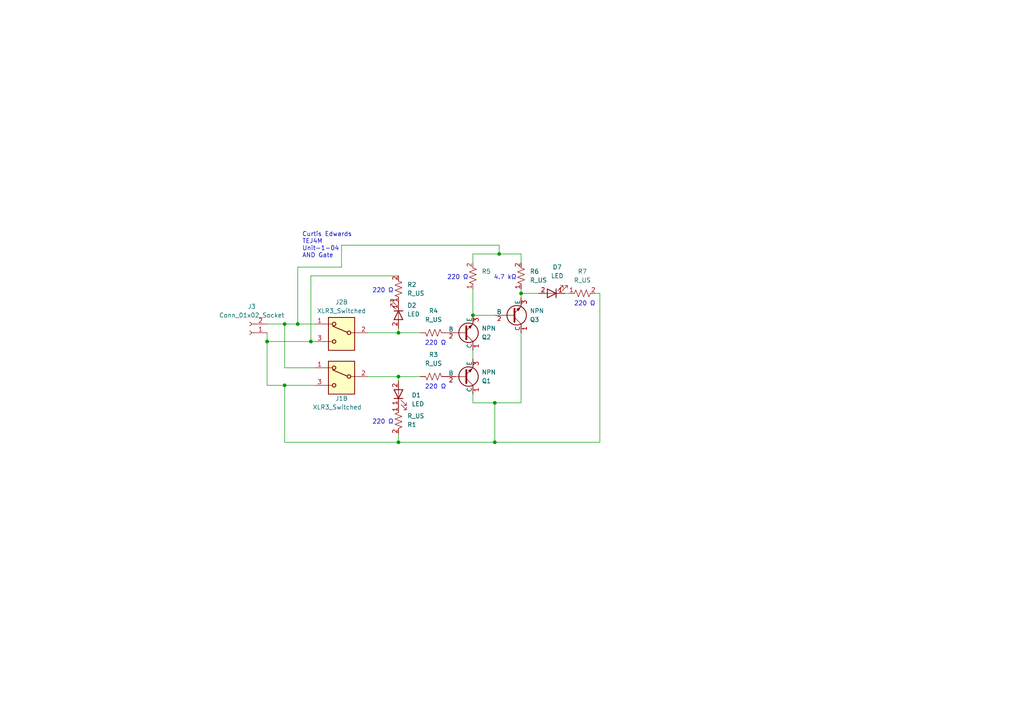
<source format=kicad_sch>
(kicad_sch (version 20230121) (generator eeschema)

  (uuid b63b63ff-695f-4d9d-bdc8-1054528ab704)

  (paper "A4")

  (lib_symbols
    (symbol "Connector:Conn_01x02_Socket" (pin_names (offset 1.016) hide) (in_bom yes) (on_board yes)
      (property "Reference" "J" (at 0 2.54 0)
        (effects (font (size 1.27 1.27)))
      )
      (property "Value" "Conn_01x02_Socket" (at 0 -5.08 0)
        (effects (font (size 1.27 1.27)))
      )
      (property "Footprint" "" (at 0 0 0)
        (effects (font (size 1.27 1.27)) hide)
      )
      (property "Datasheet" "~" (at 0 0 0)
        (effects (font (size 1.27 1.27)) hide)
      )
      (property "ki_locked" "" (at 0 0 0)
        (effects (font (size 1.27 1.27)))
      )
      (property "ki_keywords" "connector" (at 0 0 0)
        (effects (font (size 1.27 1.27)) hide)
      )
      (property "ki_description" "Generic connector, single row, 01x02, script generated" (at 0 0 0)
        (effects (font (size 1.27 1.27)) hide)
      )
      (property "ki_fp_filters" "Connector*:*_1x??_*" (at 0 0 0)
        (effects (font (size 1.27 1.27)) hide)
      )
      (symbol "Conn_01x02_Socket_1_1"
        (arc (start 0 -2.032) (mid -0.5058 -2.54) (end 0 -3.048)
          (stroke (width 0.1524) (type default))
          (fill (type none))
        )
        (polyline
          (pts
            (xy -1.27 -2.54)
            (xy -0.508 -2.54)
          )
          (stroke (width 0.1524) (type default))
          (fill (type none))
        )
        (polyline
          (pts
            (xy -1.27 0)
            (xy -0.508 0)
          )
          (stroke (width 0.1524) (type default))
          (fill (type none))
        )
        (arc (start 0 0.508) (mid -0.5058 0) (end 0 -0.508)
          (stroke (width 0.1524) (type default))
          (fill (type none))
        )
        (pin passive line (at -5.08 0 0) (length 3.81)
          (name "Pin_1" (effects (font (size 1.27 1.27))))
          (number "1" (effects (font (size 1.27 1.27))))
        )
        (pin passive line (at -5.08 -2.54 0) (length 3.81)
          (name "Pin_2" (effects (font (size 1.27 1.27))))
          (number "2" (effects (font (size 1.27 1.27))))
        )
      )
    )
    (symbol "Connector_Audio:XLR3_Switched" (pin_names hide) (in_bom yes) (on_board yes)
      (property "Reference" "J2" (at 0 8.89 0)
        (effects (font (size 1.27 1.27)))
      )
      (property "Value" "XLR3_Switched" (at 0 6.35 0)
        (effects (font (size 1.27 1.27)))
      )
      (property "Footprint" "" (at 0 2.54 0)
        (effects (font (size 1.27 1.27)) hide)
      )
      (property "Datasheet" " ~" (at 0 2.54 0)
        (effects (font (size 1.27 1.27)) hide)
      )
      (property "ki_keywords" "xlr connector" (at 0 0 0)
        (effects (font (size 1.27 1.27)) hide)
      )
      (property "ki_description" "XLR Connector, Male or Female, 3 Pins, SPDT Switch" (at 0 0 0)
        (effects (font (size 1.27 1.27)) hide)
      )
      (property "ki_fp_filters" "Jack*XLR*" (at 0 0 0)
        (effects (font (size 1.27 1.27)) hide)
      )
      (symbol "XLR3_Switched_1_1"
        (circle (center -3.556 0) (radius 1.016)
          (stroke (width 0) (type default))
          (fill (type none))
        )
        (circle (center 0 -3.556) (radius 1.016)
          (stroke (width 0) (type default))
          (fill (type none))
        )
        (polyline
          (pts
            (xy -5.08 0)
            (xy -4.572 0)
          )
          (stroke (width 0) (type default))
          (fill (type none))
        )
        (polyline
          (pts
            (xy 0 -5.08)
            (xy 0 -4.572)
          )
          (stroke (width 0) (type default))
          (fill (type none))
        )
        (polyline
          (pts
            (xy 5.08 0)
            (xy 4.572 0)
          )
          (stroke (width 0) (type default))
          (fill (type none))
        )
        (circle (center 0 0) (radius 5.08)
          (stroke (width 0) (type default))
          (fill (type background))
        )
        (circle (center 3.556 0) (radius 1.016)
          (stroke (width 0) (type default))
          (fill (type none))
        )
        (text "1" (at -3.556 1.778 0)
          (effects (font (size 1.016 1.016) bold))
        )
        (text "2" (at 3.556 1.778 0)
          (effects (font (size 1.016 1.016) bold))
        )
        (text "3" (at 0 -1.778 0)
          (effects (font (size 1.016 1.016) bold))
        )
        (pin passive line (at -7.62 0 0) (length 2.54)
          (name "~" (effects (font (size 1.27 1.27))))
          (number "1" (effects (font (size 1.27 1.27))))
        )
        (pin passive line (at 7.62 0 180) (length 2.54)
          (name "~" (effects (font (size 1.27 1.27))))
          (number "2" (effects (font (size 1.27 1.27))))
        )
        (pin passive line (at 0 -7.62 90) (length 2.54)
          (name "~" (effects (font (size 1.27 1.27))))
          (number "3" (effects (font (size 1.27 1.27))))
        )
      )
      (symbol "XLR3_Switched_2_1"
        (rectangle (start -3.81 4.445) (end 3.81 -5.08)
          (stroke (width 0.254) (type default))
          (fill (type background))
        )
        (circle (center -2.159 0) (radius 0.508)
          (stroke (width 0.254) (type default))
          (fill (type none))
        )
        (polyline
          (pts
            (xy -5.08 0)
            (xy -2.794 0)
          )
          (stroke (width 0) (type default))
          (fill (type none))
        )
        (polyline
          (pts
            (xy -1.651 0.127)
            (xy 2.54 1.905)
          )
          (stroke (width 0.254) (type default))
          (fill (type none))
        )
        (polyline
          (pts
            (xy 5.08 -2.54)
            (xy 2.794 -2.54)
          )
          (stroke (width 0) (type default))
          (fill (type none))
        )
        (polyline
          (pts
            (xy 5.08 2.54)
            (xy 2.794 2.54)
          )
          (stroke (width 0) (type default))
          (fill (type none))
        )
        (circle (center 2.159 -2.54) (radius 0.508)
          (stroke (width 0.254) (type default))
          (fill (type none))
        )
        (circle (center 2.159 2.54) (radius 0.508)
          (stroke (width 0.254) (type default))
          (fill (type none))
        )
        (pin passive line (at 7.62 2.54 180) (length 2.54)
          (name "~" (effects (font (size 1.27 1.27))))
          (number "1" (effects (font (size 1.27 1.27))))
        )
        (pin passive line (at -7.62 0 0) (length 2.54)
          (name "~" (effects (font (size 1.27 1.27))))
          (number "2" (effects (font (size 1.27 1.27))))
        )
        (pin passive line (at 7.62 -2.54 180) (length 2.54)
          (name "~" (effects (font (size 1.27 1.27))))
          (number "3" (effects (font (size 1.27 1.27))))
        )
      )
    )
    (symbol "Device:LED" (pin_names (offset 1.016) hide) (in_bom yes) (on_board yes)
      (property "Reference" "D" (at 0 2.54 0)
        (effects (font (size 1.27 1.27)))
      )
      (property "Value" "LED" (at 0 -2.54 0)
        (effects (font (size 1.27 1.27)))
      )
      (property "Footprint" "" (at 0 0 0)
        (effects (font (size 1.27 1.27)) hide)
      )
      (property "Datasheet" "~" (at 0 0 0)
        (effects (font (size 1.27 1.27)) hide)
      )
      (property "ki_keywords" "LED diode" (at 0 0 0)
        (effects (font (size 1.27 1.27)) hide)
      )
      (property "ki_description" "Light emitting diode" (at 0 0 0)
        (effects (font (size 1.27 1.27)) hide)
      )
      (property "ki_fp_filters" "LED* LED_SMD:* LED_THT:*" (at 0 0 0)
        (effects (font (size 1.27 1.27)) hide)
      )
      (symbol "LED_0_1"
        (polyline
          (pts
            (xy -1.27 -1.27)
            (xy -1.27 1.27)
          )
          (stroke (width 0.254) (type default))
          (fill (type none))
        )
        (polyline
          (pts
            (xy -1.27 0)
            (xy 1.27 0)
          )
          (stroke (width 0) (type default))
          (fill (type none))
        )
        (polyline
          (pts
            (xy 1.27 -1.27)
            (xy 1.27 1.27)
            (xy -1.27 0)
            (xy 1.27 -1.27)
          )
          (stroke (width 0.254) (type default))
          (fill (type none))
        )
        (polyline
          (pts
            (xy -3.048 -0.762)
            (xy -4.572 -2.286)
            (xy -3.81 -2.286)
            (xy -4.572 -2.286)
            (xy -4.572 -1.524)
          )
          (stroke (width 0) (type default))
          (fill (type none))
        )
        (polyline
          (pts
            (xy -1.778 -0.762)
            (xy -3.302 -2.286)
            (xy -2.54 -2.286)
            (xy -3.302 -2.286)
            (xy -3.302 -1.524)
          )
          (stroke (width 0) (type default))
          (fill (type none))
        )
      )
      (symbol "LED_1_1"
        (pin passive line (at -3.81 0 0) (length 2.54)
          (name "K" (effects (font (size 1.27 1.27))))
          (number "1" (effects (font (size 1.27 1.27))))
        )
        (pin passive line (at 3.81 0 180) (length 2.54)
          (name "A" (effects (font (size 1.27 1.27))))
          (number "2" (effects (font (size 1.27 1.27))))
        )
      )
    )
    (symbol "Device:R_US" (pin_names (offset 0)) (in_bom yes) (on_board yes)
      (property "Reference" "R" (at 2.54 0 90)
        (effects (font (size 1.27 1.27)))
      )
      (property "Value" "R_US" (at -2.54 0 90)
        (effects (font (size 1.27 1.27)))
      )
      (property "Footprint" "" (at 1.016 -0.254 90)
        (effects (font (size 1.27 1.27)) hide)
      )
      (property "Datasheet" "~" (at 0 0 0)
        (effects (font (size 1.27 1.27)) hide)
      )
      (property "ki_keywords" "R res resistor" (at 0 0 0)
        (effects (font (size 1.27 1.27)) hide)
      )
      (property "ki_description" "Resistor, US symbol" (at 0 0 0)
        (effects (font (size 1.27 1.27)) hide)
      )
      (property "ki_fp_filters" "R_*" (at 0 0 0)
        (effects (font (size 1.27 1.27)) hide)
      )
      (symbol "R_US_0_1"
        (polyline
          (pts
            (xy 0 -2.286)
            (xy 0 -2.54)
          )
          (stroke (width 0) (type default))
          (fill (type none))
        )
        (polyline
          (pts
            (xy 0 2.286)
            (xy 0 2.54)
          )
          (stroke (width 0) (type default))
          (fill (type none))
        )
        (polyline
          (pts
            (xy 0 -0.762)
            (xy 1.016 -1.143)
            (xy 0 -1.524)
            (xy -1.016 -1.905)
            (xy 0 -2.286)
          )
          (stroke (width 0) (type default))
          (fill (type none))
        )
        (polyline
          (pts
            (xy 0 0.762)
            (xy 1.016 0.381)
            (xy 0 0)
            (xy -1.016 -0.381)
            (xy 0 -0.762)
          )
          (stroke (width 0) (type default))
          (fill (type none))
        )
        (polyline
          (pts
            (xy 0 2.286)
            (xy 1.016 1.905)
            (xy 0 1.524)
            (xy -1.016 1.143)
            (xy 0 0.762)
          )
          (stroke (width 0) (type default))
          (fill (type none))
        )
      )
      (symbol "R_US_1_1"
        (pin passive line (at 0 3.81 270) (length 1.27)
          (name "~" (effects (font (size 1.27 1.27))))
          (number "1" (effects (font (size 1.27 1.27))))
        )
        (pin passive line (at 0 -3.81 90) (length 1.27)
          (name "~" (effects (font (size 1.27 1.27))))
          (number "2" (effects (font (size 1.27 1.27))))
        )
      )
    )
    (symbol "LED_1" (pin_names (offset 1.016) hide) (in_bom yes) (on_board yes)
      (property "Reference" "D" (at 0 2.54 0)
        (effects (font (size 1.27 1.27)))
      )
      (property "Value" "LED" (at 0 -2.54 0)
        (effects (font (size 1.27 1.27)))
      )
      (property "Footprint" "" (at 0 0 0)
        (effects (font (size 1.27 1.27)) hide)
      )
      (property "Datasheet" "~" (at 0 0 0)
        (effects (font (size 1.27 1.27)) hide)
      )
      (property "ki_keywords" "LED diode" (at 0 0 0)
        (effects (font (size 1.27 1.27)) hide)
      )
      (property "ki_description" "Light emitting diode" (at 0 0 0)
        (effects (font (size 1.27 1.27)) hide)
      )
      (property "ki_fp_filters" "LED* LED_SMD:* LED_THT:*" (at 0 0 0)
        (effects (font (size 1.27 1.27)) hide)
      )
      (symbol "LED_1_0_1"
        (polyline
          (pts
            (xy -1.27 -1.27)
            (xy -1.27 1.27)
          )
          (stroke (width 0.254) (type default))
          (fill (type none))
        )
        (polyline
          (pts
            (xy -1.27 0)
            (xy 1.27 0)
          )
          (stroke (width 0) (type default))
          (fill (type none))
        )
        (polyline
          (pts
            (xy 1.27 -1.27)
            (xy 1.27 1.27)
            (xy -1.27 0)
            (xy 1.27 -1.27)
          )
          (stroke (width 0.254) (type default))
          (fill (type none))
        )
        (polyline
          (pts
            (xy -3.048 -0.762)
            (xy -4.572 -2.286)
            (xy -3.81 -2.286)
            (xy -4.572 -2.286)
            (xy -4.572 -1.524)
          )
          (stroke (width 0) (type default))
          (fill (type none))
        )
        (polyline
          (pts
            (xy -1.778 -0.762)
            (xy -3.302 -2.286)
            (xy -2.54 -2.286)
            (xy -3.302 -2.286)
            (xy -3.302 -1.524)
          )
          (stroke (width 0) (type default))
          (fill (type none))
        )
      )
      (symbol "LED_1_1_1"
        (pin passive line (at -3.81 0 0) (length 2.54)
          (name "K" (effects (font (size 1.27 1.27))))
          (number "1" (effects (font (size 1.27 1.27))))
        )
        (pin passive line (at 3.81 0 180) (length 2.54)
          (name "A" (effects (font (size 1.27 1.27))))
          (number "2" (effects (font (size 1.27 1.27))))
        )
      )
    )
    (symbol "LED_2" (pin_names (offset 1.016) hide) (in_bom yes) (on_board yes)
      (property "Reference" "D" (at 0 2.54 0)
        (effects (font (size 1.27 1.27)))
      )
      (property "Value" "LED" (at 0 -2.54 0)
        (effects (font (size 1.27 1.27)))
      )
      (property "Footprint" "" (at 0 0 0)
        (effects (font (size 1.27 1.27)) hide)
      )
      (property "Datasheet" "~" (at 0 0 0)
        (effects (font (size 1.27 1.27)) hide)
      )
      (property "ki_keywords" "LED diode" (at 0 0 0)
        (effects (font (size 1.27 1.27)) hide)
      )
      (property "ki_description" "Light emitting diode" (at 0 0 0)
        (effects (font (size 1.27 1.27)) hide)
      )
      (property "ki_fp_filters" "LED* LED_SMD:* LED_THT:*" (at 0 0 0)
        (effects (font (size 1.27 1.27)) hide)
      )
      (symbol "LED_2_0_1"
        (polyline
          (pts
            (xy -1.27 -1.27)
            (xy -1.27 1.27)
          )
          (stroke (width 0.254) (type default))
          (fill (type none))
        )
        (polyline
          (pts
            (xy -1.27 0)
            (xy 1.27 0)
          )
          (stroke (width 0) (type default))
          (fill (type none))
        )
        (polyline
          (pts
            (xy 1.27 -1.27)
            (xy 1.27 1.27)
            (xy -1.27 0)
            (xy 1.27 -1.27)
          )
          (stroke (width 0.254) (type default))
          (fill (type none))
        )
        (polyline
          (pts
            (xy -3.048 -0.762)
            (xy -4.572 -2.286)
            (xy -3.81 -2.286)
            (xy -4.572 -2.286)
            (xy -4.572 -1.524)
          )
          (stroke (width 0) (type default))
          (fill (type none))
        )
        (polyline
          (pts
            (xy -1.778 -0.762)
            (xy -3.302 -2.286)
            (xy -2.54 -2.286)
            (xy -3.302 -2.286)
            (xy -3.302 -1.524)
          )
          (stroke (width 0) (type default))
          (fill (type none))
        )
      )
      (symbol "LED_2_1_1"
        (pin passive line (at -3.81 0 0) (length 2.54)
          (name "K" (effects (font (size 1.27 1.27))))
          (number "1" (effects (font (size 1.27 1.27))))
        )
        (pin passive line (at 3.81 0 180) (length 2.54)
          (name "A" (effects (font (size 1.27 1.27))))
          (number "2" (effects (font (size 1.27 1.27))))
        )
      )
    )
    (symbol "NPN_1" (pin_names (offset 0)) (in_bom yes) (on_board yes)
      (property "Reference" "Q" (at -2.54 7.62 0)
        (effects (font (size 1.27 1.27)))
      )
      (property "Value" "NPN" (at -2.54 5.08 0)
        (effects (font (size 1.27 1.27)))
      )
      (property "Footprint" "" (at 63.5 0 0)
        (effects (font (size 1.27 1.27)) hide)
      )
      (property "Datasheet" "~" (at 63.5 0 0)
        (effects (font (size 1.27 1.27)) hide)
      )
      (property "Sim.Device" "NPN" (at 0 0 0)
        (effects (font (size 1.27 1.27)) hide)
      )
      (property "Sim.Type" "GUMMELPOON" (at 0 0 0)
        (effects (font (size 1.27 1.27)) hide)
      )
      (property "Sim.Pins" "1=C 2=B 3=E" (at 0 0 0)
        (effects (font (size 1.27 1.27)) hide)
      )
      (property "ki_keywords" "simulation" (at 0 0 0)
        (effects (font (size 1.27 1.27)) hide)
      )
      (property "ki_description" "Bipolar transistor symbol for simulation only, substrate tied to the emitter" (at 0 0 0)
        (effects (font (size 1.27 1.27)) hide)
      )
      (symbol "NPN_1_0_1"
        (polyline
          (pts
            (xy -2.54 0)
            (xy 0.635 0)
          )
          (stroke (width 0.1524) (type default))
          (fill (type none))
        )
        (polyline
          (pts
            (xy 0.635 0.635)
            (xy 2.54 2.54)
          )
          (stroke (width 0) (type default))
          (fill (type none))
        )
        (polyline
          (pts
            (xy 2.794 -1.27)
            (xy 2.794 -1.27)
          )
          (stroke (width 0.1524) (type default))
          (fill (type none))
        )
        (polyline
          (pts
            (xy 2.794 -1.27)
            (xy 2.794 -1.27)
          )
          (stroke (width 0.1524) (type default))
          (fill (type none))
        )
        (polyline
          (pts
            (xy 0.635 -0.635)
            (xy 2.54 -2.54)
            (xy 2.54 -2.54)
          )
          (stroke (width 0) (type default))
          (fill (type none))
        )
        (polyline
          (pts
            (xy 0.635 1.905)
            (xy 0.635 -1.905)
            (xy 0.635 -1.905)
          )
          (stroke (width 0.508) (type default))
          (fill (type none))
        )
        (polyline
          (pts
            (xy 1.27 -1.778)
            (xy 1.778 -1.27)
            (xy 2.286 -2.286)
            (xy 1.27 -1.778)
            (xy 1.27 -1.778)
          )
          (stroke (width 0) (type default))
          (fill (type outline))
        )
        (circle (center 1.27 0) (radius 2.8194)
          (stroke (width 0.254) (type default))
          (fill (type none))
        )
      )
      (symbol "NPN_1_1_1"
        (pin open_collector line (at 2.54 5.08 270) (length 2.54)
          (name "C" (effects (font (size 1.27 1.27))))
          (number "1" (effects (font (size 1.27 1.27))))
        )
        (pin input line (at -5.08 0 0) (length 2.54)
          (name "B" (effects (font (size 1.27 1.27))))
          (number "2" (effects (font (size 1.27 1.27))))
        )
        (pin open_emitter line (at 2.54 -5.08 90) (length 2.54)
          (name "E" (effects (font (size 1.27 1.27))))
          (number "3" (effects (font (size 1.27 1.27))))
        )
      )
    )
    (symbol "NPN_2" (pin_names (offset 0)) (in_bom yes) (on_board yes)
      (property "Reference" "Q" (at -2.54 7.62 0)
        (effects (font (size 1.27 1.27)))
      )
      (property "Value" "NPN" (at -2.54 5.08 0)
        (effects (font (size 1.27 1.27)))
      )
      (property "Footprint" "" (at 63.5 0 0)
        (effects (font (size 1.27 1.27)) hide)
      )
      (property "Datasheet" "~" (at 63.5 0 0)
        (effects (font (size 1.27 1.27)) hide)
      )
      (property "Sim.Device" "NPN" (at 0 0 0)
        (effects (font (size 1.27 1.27)) hide)
      )
      (property "Sim.Type" "GUMMELPOON" (at 0 0 0)
        (effects (font (size 1.27 1.27)) hide)
      )
      (property "Sim.Pins" "1=C 2=B 3=E" (at 0 0 0)
        (effects (font (size 1.27 1.27)) hide)
      )
      (property "ki_keywords" "simulation" (at 0 0 0)
        (effects (font (size 1.27 1.27)) hide)
      )
      (property "ki_description" "Bipolar transistor symbol for simulation only, substrate tied to the emitter" (at 0 0 0)
        (effects (font (size 1.27 1.27)) hide)
      )
      (symbol "NPN_2_0_1"
        (polyline
          (pts
            (xy -2.54 0)
            (xy 0.635 0)
          )
          (stroke (width 0.1524) (type default))
          (fill (type none))
        )
        (polyline
          (pts
            (xy 0.635 0.635)
            (xy 2.54 2.54)
          )
          (stroke (width 0) (type default))
          (fill (type none))
        )
        (polyline
          (pts
            (xy 2.794 -1.27)
            (xy 2.794 -1.27)
          )
          (stroke (width 0.1524) (type default))
          (fill (type none))
        )
        (polyline
          (pts
            (xy 2.794 -1.27)
            (xy 2.794 -1.27)
          )
          (stroke (width 0.1524) (type default))
          (fill (type none))
        )
        (polyline
          (pts
            (xy 0.635 -0.635)
            (xy 2.54 -2.54)
            (xy 2.54 -2.54)
          )
          (stroke (width 0) (type default))
          (fill (type none))
        )
        (polyline
          (pts
            (xy 0.635 1.905)
            (xy 0.635 -1.905)
            (xy 0.635 -1.905)
          )
          (stroke (width 0.508) (type default))
          (fill (type none))
        )
        (polyline
          (pts
            (xy 1.27 -1.778)
            (xy 1.778 -1.27)
            (xy 2.286 -2.286)
            (xy 1.27 -1.778)
            (xy 1.27 -1.778)
          )
          (stroke (width 0) (type default))
          (fill (type outline))
        )
        (circle (center 1.27 0) (radius 2.8194)
          (stroke (width 0.254) (type default))
          (fill (type none))
        )
      )
      (symbol "NPN_2_1_1"
        (pin open_collector line (at 2.54 5.08 270) (length 2.54)
          (name "C" (effects (font (size 1.27 1.27))))
          (number "1" (effects (font (size 1.27 1.27))))
        )
        (pin input line (at -5.08 0 0) (length 2.54)
          (name "B" (effects (font (size 1.27 1.27))))
          (number "2" (effects (font (size 1.27 1.27))))
        )
        (pin open_emitter line (at 2.54 -5.08 90) (length 2.54)
          (name "E" (effects (font (size 1.27 1.27))))
          (number "3" (effects (font (size 1.27 1.27))))
        )
      )
    )
    (symbol "R_US_1" (pin_names (offset 0)) (in_bom yes) (on_board yes)
      (property "Reference" "R" (at 2.54 0 90)
        (effects (font (size 1.27 1.27)))
      )
      (property "Value" "R_US" (at -2.54 0 90)
        (effects (font (size 1.27 1.27)))
      )
      (property "Footprint" "" (at 1.016 -0.254 90)
        (effects (font (size 1.27 1.27)) hide)
      )
      (property "Datasheet" "~" (at 0 0 0)
        (effects (font (size 1.27 1.27)) hide)
      )
      (property "ki_keywords" "R res resistor" (at 0 0 0)
        (effects (font (size 1.27 1.27)) hide)
      )
      (property "ki_description" "Resistor, US symbol" (at 0 0 0)
        (effects (font (size 1.27 1.27)) hide)
      )
      (property "ki_fp_filters" "R_*" (at 0 0 0)
        (effects (font (size 1.27 1.27)) hide)
      )
      (symbol "R_US_1_0_1"
        (polyline
          (pts
            (xy 0 -2.286)
            (xy 0 -2.54)
          )
          (stroke (width 0) (type default))
          (fill (type none))
        )
        (polyline
          (pts
            (xy 0 2.286)
            (xy 0 2.54)
          )
          (stroke (width 0) (type default))
          (fill (type none))
        )
        (polyline
          (pts
            (xy 0 -0.762)
            (xy 1.016 -1.143)
            (xy 0 -1.524)
            (xy -1.016 -1.905)
            (xy 0 -2.286)
          )
          (stroke (width 0) (type default))
          (fill (type none))
        )
        (polyline
          (pts
            (xy 0 0.762)
            (xy 1.016 0.381)
            (xy 0 0)
            (xy -1.016 -0.381)
            (xy 0 -0.762)
          )
          (stroke (width 0) (type default))
          (fill (type none))
        )
        (polyline
          (pts
            (xy 0 2.286)
            (xy 1.016 1.905)
            (xy 0 1.524)
            (xy -1.016 1.143)
            (xy 0 0.762)
          )
          (stroke (width 0) (type default))
          (fill (type none))
        )
      )
      (symbol "R_US_1_1_1"
        (pin passive line (at 0 3.81 270) (length 1.27)
          (name "~" (effects (font (size 1.27 1.27))))
          (number "1" (effects (font (size 1.27 1.27))))
        )
        (pin passive line (at 0 -3.81 90) (length 1.27)
          (name "~" (effects (font (size 1.27 1.27))))
          (number "2" (effects (font (size 1.27 1.27))))
        )
      )
    )
    (symbol "R_US_2" (pin_names (offset 0)) (in_bom yes) (on_board yes)
      (property "Reference" "R" (at 2.54 0 90)
        (effects (font (size 1.27 1.27)))
      )
      (property "Value" "R_US" (at -2.54 0 90)
        (effects (font (size 1.27 1.27)))
      )
      (property "Footprint" "" (at 1.016 -0.254 90)
        (effects (font (size 1.27 1.27)) hide)
      )
      (property "Datasheet" "~" (at 0 0 0)
        (effects (font (size 1.27 1.27)) hide)
      )
      (property "ki_keywords" "R res resistor" (at 0 0 0)
        (effects (font (size 1.27 1.27)) hide)
      )
      (property "ki_description" "Resistor, US symbol" (at 0 0 0)
        (effects (font (size 1.27 1.27)) hide)
      )
      (property "ki_fp_filters" "R_*" (at 0 0 0)
        (effects (font (size 1.27 1.27)) hide)
      )
      (symbol "R_US_2_0_1"
        (polyline
          (pts
            (xy 0 -2.286)
            (xy 0 -2.54)
          )
          (stroke (width 0) (type default))
          (fill (type none))
        )
        (polyline
          (pts
            (xy 0 2.286)
            (xy 0 2.54)
          )
          (stroke (width 0) (type default))
          (fill (type none))
        )
        (polyline
          (pts
            (xy 0 -0.762)
            (xy 1.016 -1.143)
            (xy 0 -1.524)
            (xy -1.016 -1.905)
            (xy 0 -2.286)
          )
          (stroke (width 0) (type default))
          (fill (type none))
        )
        (polyline
          (pts
            (xy 0 0.762)
            (xy 1.016 0.381)
            (xy 0 0)
            (xy -1.016 -0.381)
            (xy 0 -0.762)
          )
          (stroke (width 0) (type default))
          (fill (type none))
        )
        (polyline
          (pts
            (xy 0 2.286)
            (xy 1.016 1.905)
            (xy 0 1.524)
            (xy -1.016 1.143)
            (xy 0 0.762)
          )
          (stroke (width 0) (type default))
          (fill (type none))
        )
      )
      (symbol "R_US_2_1_1"
        (pin passive line (at 0 3.81 270) (length 1.27)
          (name "~" (effects (font (size 1.27 1.27))))
          (number "1" (effects (font (size 1.27 1.27))))
        )
        (pin passive line (at 0 -3.81 90) (length 1.27)
          (name "~" (effects (font (size 1.27 1.27))))
          (number "2" (effects (font (size 1.27 1.27))))
        )
      )
    )
    (symbol "R_US_3" (pin_numbers hide) (pin_names (offset 0)) (in_bom yes) (on_board yes)
      (property "Reference" "R" (at 2.54 0 90)
        (effects (font (size 1.27 1.27)))
      )
      (property "Value" "R_US" (at -2.54 0 90)
        (effects (font (size 1.27 1.27)))
      )
      (property "Footprint" "" (at 1.016 -0.254 90)
        (effects (font (size 1.27 1.27)) hide)
      )
      (property "Datasheet" "~" (at 0 0 0)
        (effects (font (size 1.27 1.27)) hide)
      )
      (property "ki_keywords" "R res resistor" (at 0 0 0)
        (effects (font (size 1.27 1.27)) hide)
      )
      (property "ki_description" "Resistor, US symbol" (at 0 0 0)
        (effects (font (size 1.27 1.27)) hide)
      )
      (property "ki_fp_filters" "R_*" (at 0 0 0)
        (effects (font (size 1.27 1.27)) hide)
      )
      (symbol "R_US_3_0_1"
        (polyline
          (pts
            (xy 0 -2.286)
            (xy 0 -2.54)
          )
          (stroke (width 0) (type default))
          (fill (type none))
        )
        (polyline
          (pts
            (xy 0 2.286)
            (xy 0 2.54)
          )
          (stroke (width 0) (type default))
          (fill (type none))
        )
        (polyline
          (pts
            (xy 0 -0.762)
            (xy 1.016 -1.143)
            (xy 0 -1.524)
            (xy -1.016 -1.905)
            (xy 0 -2.286)
          )
          (stroke (width 0) (type default))
          (fill (type none))
        )
        (polyline
          (pts
            (xy 0 0.762)
            (xy 1.016 0.381)
            (xy 0 0)
            (xy -1.016 -0.381)
            (xy 0 -0.762)
          )
          (stroke (width 0) (type default))
          (fill (type none))
        )
        (polyline
          (pts
            (xy 0 2.286)
            (xy 1.016 1.905)
            (xy 0 1.524)
            (xy -1.016 1.143)
            (xy 0 0.762)
          )
          (stroke (width 0) (type default))
          (fill (type none))
        )
      )
      (symbol "R_US_3_1_1"
        (pin passive line (at 0 3.81 270) (length 1.27)
          (name "~" (effects (font (size 1.27 1.27))))
          (number "1" (effects (font (size 1.27 1.27))))
        )
        (pin passive line (at 0 -3.81 90) (length 1.27)
          (name "~" (effects (font (size 1.27 1.27))))
          (number "2" (effects (font (size 1.27 1.27))))
        )
      )
    )
    (symbol "R_US_4" (pin_numbers hide) (pin_names (offset 0)) (in_bom yes) (on_board yes)
      (property "Reference" "R" (at 2.54 0 90)
        (effects (font (size 1.27 1.27)))
      )
      (property "Value" "R_US" (at -2.54 0 90)
        (effects (font (size 1.27 1.27)))
      )
      (property "Footprint" "" (at 1.016 -0.254 90)
        (effects (font (size 1.27 1.27)) hide)
      )
      (property "Datasheet" "~" (at 0 0 0)
        (effects (font (size 1.27 1.27)) hide)
      )
      (property "ki_keywords" "R res resistor" (at 0 0 0)
        (effects (font (size 1.27 1.27)) hide)
      )
      (property "ki_description" "Resistor, US symbol" (at 0 0 0)
        (effects (font (size 1.27 1.27)) hide)
      )
      (property "ki_fp_filters" "R_*" (at 0 0 0)
        (effects (font (size 1.27 1.27)) hide)
      )
      (symbol "R_US_4_0_1"
        (polyline
          (pts
            (xy 0 -2.286)
            (xy 0 -2.54)
          )
          (stroke (width 0) (type default))
          (fill (type none))
        )
        (polyline
          (pts
            (xy 0 2.286)
            (xy 0 2.54)
          )
          (stroke (width 0) (type default))
          (fill (type none))
        )
        (polyline
          (pts
            (xy 0 -0.762)
            (xy 1.016 -1.143)
            (xy 0 -1.524)
            (xy -1.016 -1.905)
            (xy 0 -2.286)
          )
          (stroke (width 0) (type default))
          (fill (type none))
        )
        (polyline
          (pts
            (xy 0 0.762)
            (xy 1.016 0.381)
            (xy 0 0)
            (xy -1.016 -0.381)
            (xy 0 -0.762)
          )
          (stroke (width 0) (type default))
          (fill (type none))
        )
        (polyline
          (pts
            (xy 0 2.286)
            (xy 1.016 1.905)
            (xy 0 1.524)
            (xy -1.016 1.143)
            (xy 0 0.762)
          )
          (stroke (width 0) (type default))
          (fill (type none))
        )
      )
      (symbol "R_US_4_1_1"
        (pin passive line (at 0 3.81 270) (length 1.27)
          (name "~" (effects (font (size 1.27 1.27))))
          (number "1" (effects (font (size 1.27 1.27))))
        )
        (pin passive line (at 0 -3.81 90) (length 1.27)
          (name "~" (effects (font (size 1.27 1.27))))
          (number "2" (effects (font (size 1.27 1.27))))
        )
      )
    )
    (symbol "R_US_5" (pin_names (offset 0)) (in_bom yes) (on_board yes)
      (property "Reference" "R" (at 2.54 0 90)
        (effects (font (size 1.27 1.27)))
      )
      (property "Value" "R_US" (at -2.54 0 90)
        (effects (font (size 1.27 1.27)))
      )
      (property "Footprint" "" (at 1.016 -0.254 90)
        (effects (font (size 1.27 1.27)) hide)
      )
      (property "Datasheet" "~" (at 0 0 0)
        (effects (font (size 1.27 1.27)) hide)
      )
      (property "ki_keywords" "R res resistor" (at 0 0 0)
        (effects (font (size 1.27 1.27)) hide)
      )
      (property "ki_description" "Resistor, US symbol" (at 0 0 0)
        (effects (font (size 1.27 1.27)) hide)
      )
      (property "ki_fp_filters" "R_*" (at 0 0 0)
        (effects (font (size 1.27 1.27)) hide)
      )
      (symbol "R_US_5_0_1"
        (polyline
          (pts
            (xy 0 -2.286)
            (xy 0 -2.54)
          )
          (stroke (width 0) (type default))
          (fill (type none))
        )
        (polyline
          (pts
            (xy 0 2.286)
            (xy 0 2.54)
          )
          (stroke (width 0) (type default))
          (fill (type none))
        )
        (polyline
          (pts
            (xy 0 -0.762)
            (xy 1.016 -1.143)
            (xy 0 -1.524)
            (xy -1.016 -1.905)
            (xy 0 -2.286)
          )
          (stroke (width 0) (type default))
          (fill (type none))
        )
        (polyline
          (pts
            (xy 0 0.762)
            (xy 1.016 0.381)
            (xy 0 0)
            (xy -1.016 -0.381)
            (xy 0 -0.762)
          )
          (stroke (width 0) (type default))
          (fill (type none))
        )
        (polyline
          (pts
            (xy 0 2.286)
            (xy 1.016 1.905)
            (xy 0 1.524)
            (xy -1.016 1.143)
            (xy 0 0.762)
          )
          (stroke (width 0) (type default))
          (fill (type none))
        )
      )
      (symbol "R_US_5_1_1"
        (pin passive line (at 0 3.81 270) (length 1.27)
          (name "~" (effects (font (size 1.27 1.27))))
          (number "1" (effects (font (size 1.27 1.27))))
        )
        (pin passive line (at 0 -3.81 90) (length 1.27)
          (name "~" (effects (font (size 1.27 1.27))))
          (number "2" (effects (font (size 1.27 1.27))))
        )
      )
    )
    (symbol "R_US_6" (pin_names (offset 0)) (in_bom yes) (on_board yes)
      (property "Reference" "R" (at 2.54 0 90)
        (effects (font (size 1.27 1.27)))
      )
      (property "Value" "R_US" (at -2.54 0 90)
        (effects (font (size 1.27 1.27)))
      )
      (property "Footprint" "" (at 1.016 -0.254 90)
        (effects (font (size 1.27 1.27)) hide)
      )
      (property "Datasheet" "~" (at 0 0 0)
        (effects (font (size 1.27 1.27)) hide)
      )
      (property "ki_keywords" "R res resistor" (at 0 0 0)
        (effects (font (size 1.27 1.27)) hide)
      )
      (property "ki_description" "Resistor, US symbol" (at 0 0 0)
        (effects (font (size 1.27 1.27)) hide)
      )
      (property "ki_fp_filters" "R_*" (at 0 0 0)
        (effects (font (size 1.27 1.27)) hide)
      )
      (symbol "R_US_6_0_1"
        (polyline
          (pts
            (xy 0 -2.286)
            (xy 0 -2.54)
          )
          (stroke (width 0) (type default))
          (fill (type none))
        )
        (polyline
          (pts
            (xy 0 2.286)
            (xy 0 2.54)
          )
          (stroke (width 0) (type default))
          (fill (type none))
        )
        (polyline
          (pts
            (xy 0 -0.762)
            (xy 1.016 -1.143)
            (xy 0 -1.524)
            (xy -1.016 -1.905)
            (xy 0 -2.286)
          )
          (stroke (width 0) (type default))
          (fill (type none))
        )
        (polyline
          (pts
            (xy 0 0.762)
            (xy 1.016 0.381)
            (xy 0 0)
            (xy -1.016 -0.381)
            (xy 0 -0.762)
          )
          (stroke (width 0) (type default))
          (fill (type none))
        )
        (polyline
          (pts
            (xy 0 2.286)
            (xy 1.016 1.905)
            (xy 0 1.524)
            (xy -1.016 1.143)
            (xy 0 0.762)
          )
          (stroke (width 0) (type default))
          (fill (type none))
        )
      )
      (symbol "R_US_6_1_1"
        (pin passive line (at 0 3.81 270) (length 1.27)
          (name "~" (effects (font (size 1.27 1.27))))
          (number "1" (effects (font (size 1.27 1.27))))
        )
        (pin passive line (at 0 -3.81 90) (length 1.27)
          (name "~" (effects (font (size 1.27 1.27))))
          (number "2" (effects (font (size 1.27 1.27))))
        )
      )
    )
    (symbol "Simulation_SPICE:NPN" (pin_names (offset 0)) (in_bom yes) (on_board yes)
      (property "Reference" "Q" (at -2.54 7.62 0)
        (effects (font (size 1.27 1.27)))
      )
      (property "Value" "NPN" (at -2.54 5.08 0)
        (effects (font (size 1.27 1.27)))
      )
      (property "Footprint" "" (at 63.5 0 0)
        (effects (font (size 1.27 1.27)) hide)
      )
      (property "Datasheet" "~" (at 63.5 0 0)
        (effects (font (size 1.27 1.27)) hide)
      )
      (property "Sim.Device" "NPN" (at 0 0 0)
        (effects (font (size 1.27 1.27)) hide)
      )
      (property "Sim.Type" "GUMMELPOON" (at 0 0 0)
        (effects (font (size 1.27 1.27)) hide)
      )
      (property "Sim.Pins" "1=C 2=B 3=E" (at 0 0 0)
        (effects (font (size 1.27 1.27)) hide)
      )
      (property "ki_keywords" "simulation" (at 0 0 0)
        (effects (font (size 1.27 1.27)) hide)
      )
      (property "ki_description" "Bipolar transistor symbol for simulation only, substrate tied to the emitter" (at 0 0 0)
        (effects (font (size 1.27 1.27)) hide)
      )
      (symbol "NPN_0_1"
        (polyline
          (pts
            (xy -2.54 0)
            (xy 0.635 0)
          )
          (stroke (width 0.1524) (type default))
          (fill (type none))
        )
        (polyline
          (pts
            (xy 0.635 0.635)
            (xy 2.54 2.54)
          )
          (stroke (width 0) (type default))
          (fill (type none))
        )
        (polyline
          (pts
            (xy 2.794 -1.27)
            (xy 2.794 -1.27)
          )
          (stroke (width 0.1524) (type default))
          (fill (type none))
        )
        (polyline
          (pts
            (xy 2.794 -1.27)
            (xy 2.794 -1.27)
          )
          (stroke (width 0.1524) (type default))
          (fill (type none))
        )
        (polyline
          (pts
            (xy 0.635 -0.635)
            (xy 2.54 -2.54)
            (xy 2.54 -2.54)
          )
          (stroke (width 0) (type default))
          (fill (type none))
        )
        (polyline
          (pts
            (xy 0.635 1.905)
            (xy 0.635 -1.905)
            (xy 0.635 -1.905)
          )
          (stroke (width 0.508) (type default))
          (fill (type none))
        )
        (polyline
          (pts
            (xy 1.27 -1.778)
            (xy 1.778 -1.27)
            (xy 2.286 -2.286)
            (xy 1.27 -1.778)
            (xy 1.27 -1.778)
          )
          (stroke (width 0) (type default))
          (fill (type outline))
        )
        (circle (center 1.27 0) (radius 2.8194)
          (stroke (width 0.254) (type default))
          (fill (type none))
        )
      )
      (symbol "NPN_1_1"
        (pin open_collector line (at 2.54 5.08 270) (length 2.54)
          (name "C" (effects (font (size 1.27 1.27))))
          (number "1" (effects (font (size 1.27 1.27))))
        )
        (pin input line (at -5.08 0 0) (length 2.54)
          (name "B" (effects (font (size 1.27 1.27))))
          (number "2" (effects (font (size 1.27 1.27))))
        )
        (pin open_emitter line (at 2.54 -5.08 90) (length 2.54)
          (name "E" (effects (font (size 1.27 1.27))))
          (number "3" (effects (font (size 1.27 1.27))))
        )
      )
    )
    (symbol "XLR3_Switched_1" (pin_names hide) (in_bom yes) (on_board yes)
      (property "Reference" "J1" (at 0 -6.35 0)
        (effects (font (size 1.27 1.27)))
      )
      (property "Value" "XLR3_Switched" (at 1.27 -8.89 0)
        (effects (font (size 1.27 1.27)))
      )
      (property "Footprint" "" (at 0 2.54 0)
        (effects (font (size 1.27 1.27)) hide)
      )
      (property "Datasheet" " ~" (at 0 2.54 0)
        (effects (font (size 1.27 1.27)) hide)
      )
      (property "ki_keywords" "xlr connector" (at 0 0 0)
        (effects (font (size 1.27 1.27)) hide)
      )
      (property "ki_description" "XLR Connector, Male or Female, 3 Pins, SPDT Switch" (at 0 0 0)
        (effects (font (size 1.27 1.27)) hide)
      )
      (property "ki_fp_filters" "Jack*XLR*" (at 0 0 0)
        (effects (font (size 1.27 1.27)) hide)
      )
      (symbol "XLR3_Switched_1_1_1"
        (circle (center -3.556 0) (radius 1.016)
          (stroke (width 0) (type default))
          (fill (type none))
        )
        (circle (center 0 -3.556) (radius 1.016)
          (stroke (width 0) (type default))
          (fill (type none))
        )
        (polyline
          (pts
            (xy -5.08 0)
            (xy -4.572 0)
          )
          (stroke (width 0) (type default))
          (fill (type none))
        )
        (polyline
          (pts
            (xy 0 -5.08)
            (xy 0 -4.572)
          )
          (stroke (width 0) (type default))
          (fill (type none))
        )
        (polyline
          (pts
            (xy 5.08 0)
            (xy 4.572 0)
          )
          (stroke (width 0) (type default))
          (fill (type none))
        )
        (circle (center 0 0) (radius 5.08)
          (stroke (width 0) (type default))
          (fill (type background))
        )
        (circle (center 3.556 0) (radius 1.016)
          (stroke (width 0) (type default))
          (fill (type none))
        )
        (text "1" (at -3.556 1.778 0)
          (effects (font (size 1.016 1.016) bold))
        )
        (text "2" (at 3.556 1.778 0)
          (effects (font (size 1.016 1.016) bold))
        )
        (text "3" (at 0 -1.778 0)
          (effects (font (size 1.016 1.016) bold))
        )
        (pin passive line (at -7.62 0 0) (length 2.54)
          (name "~" (effects (font (size 1.27 1.27))))
          (number "1" (effects (font (size 1.27 1.27))))
        )
        (pin passive line (at 7.62 0 180) (length 2.54)
          (name "~" (effects (font (size 1.27 1.27))))
          (number "2" (effects (font (size 1.27 1.27))))
        )
        (pin passive line (at 0 -7.62 90) (length 2.54)
          (name "~" (effects (font (size 1.27 1.27))))
          (number "3" (effects (font (size 1.27 1.27))))
        )
      )
      (symbol "XLR3_Switched_1_2_1"
        (rectangle (start -3.81 4.445) (end 3.81 -5.08)
          (stroke (width 0.254) (type default))
          (fill (type background))
        )
        (circle (center -2.159 0) (radius 0.508)
          (stroke (width 0.254) (type default))
          (fill (type none))
        )
        (polyline
          (pts
            (xy -5.08 0)
            (xy -2.794 0)
          )
          (stroke (width 0) (type default))
          (fill (type none))
        )
        (polyline
          (pts
            (xy -1.651 0.127)
            (xy 2.54 1.905)
          )
          (stroke (width 0.254) (type default))
          (fill (type none))
        )
        (polyline
          (pts
            (xy 5.08 -2.54)
            (xy 2.794 -2.54)
          )
          (stroke (width 0) (type default))
          (fill (type none))
        )
        (polyline
          (pts
            (xy 5.08 2.54)
            (xy 2.794 2.54)
          )
          (stroke (width 0) (type default))
          (fill (type none))
        )
        (circle (center 2.159 -2.54) (radius 0.508)
          (stroke (width 0.254) (type default))
          (fill (type none))
        )
        (circle (center 2.159 2.54) (radius 0.508)
          (stroke (width 0.254) (type default))
          (fill (type none))
        )
        (pin passive line (at 7.62 2.54 180) (length 2.54)
          (name "~" (effects (font (size 1.27 1.27))))
          (number "1" (effects (font (size 1.27 1.27))))
        )
        (pin passive line (at -7.62 0 0) (length 2.54)
          (name "~" (effects (font (size 1.27 1.27))))
          (number "2" (effects (font (size 1.27 1.27))))
        )
        (pin passive line (at 7.62 -2.54 180) (length 2.54)
          (name "~" (effects (font (size 1.27 1.27))))
          (number "3" (effects (font (size 1.27 1.27))))
        )
      )
    )
  )

  (junction (at 137.16 91.44) (diameter 0) (color 0 0 0 0)
    (uuid 49a70e3e-65e5-4acf-9f99-c417cae8da95)
  )
  (junction (at 77.47 99.06) (diameter 0) (color 0 0 0 0)
    (uuid 4ad16efa-7111-46ff-b837-295fcd103bf4)
  )
  (junction (at 143.51 128.27) (diameter 0) (color 0 0 0 0)
    (uuid 53935e77-3f5c-4172-a805-4231a18f3ff2)
  )
  (junction (at 115.57 128.27) (diameter 0) (color 0 0 0 0)
    (uuid 69c34ad6-4f05-44d7-a9f2-93527e9d3c54)
  )
  (junction (at 82.55 111.76) (diameter 0) (color 0 0 0 0)
    (uuid 69f669ec-c3f6-4763-9a8a-186164b74c0f)
  )
  (junction (at 115.57 96.52) (diameter 0) (color 0 0 0 0)
    (uuid 6f269b27-b4b1-45d3-b524-aa31a9518dd4)
  )
  (junction (at 86.36 93.98) (diameter 0) (color 0 0 0 0)
    (uuid 893f254a-c3f1-496b-9a5f-d7a83b28db56)
  )
  (junction (at 115.57 109.22) (diameter 0) (color 0 0 0 0)
    (uuid b32f74e3-9bd7-44af-a97b-1cdb7d0257da)
  )
  (junction (at 82.55 93.98) (diameter 0) (color 0 0 0 0)
    (uuid b3d3b5e4-f5cc-43b1-84aa-d36f5e48a6dd)
  )
  (junction (at 151.13 85.09) (diameter 0) (color 0 0 0 0)
    (uuid baa76274-3df1-4d1c-b805-6d8733ce8381)
  )
  (junction (at 90.17 99.06) (diameter 0) (color 0 0 0 0)
    (uuid d7ebcce8-2220-4fcd-9983-964c1c1ff657)
  )
  (junction (at 144.78 73.66) (diameter 0) (color 0 0 0 0)
    (uuid db52daa0-537f-4c12-97c7-e70b80fff047)
  )
  (junction (at 143.51 116.84) (diameter 0) (color 0 0 0 0)
    (uuid fb0a8d47-b2af-40c6-941c-80a11aa9cd9e)
  )

  (wire (pts (xy 82.55 93.98) (xy 86.36 93.98))
    (stroke (width 0) (type default))
    (uuid 09b0a794-319a-41b5-a68c-8cf9d217a539)
  )
  (wire (pts (xy 90.17 80.01) (xy 90.17 99.06))
    (stroke (width 0) (type default))
    (uuid 0c66c8d0-d865-401c-a0fd-215362683f4a)
  )
  (wire (pts (xy 151.13 73.66) (xy 151.13 76.2))
    (stroke (width 0) (type default))
    (uuid 0e92b33f-7ccf-4b00-a35a-b5692abe1f1a)
  )
  (wire (pts (xy 115.57 109.22) (xy 121.92 109.22))
    (stroke (width 0) (type default))
    (uuid 125a63d4-a3bd-49a6-93ff-7c0eac64e8a8)
  )
  (wire (pts (xy 163.83 85.09) (xy 165.1 85.09))
    (stroke (width 0) (type default))
    (uuid 2279a60d-e997-443e-82ae-31f91d097459)
  )
  (wire (pts (xy 86.36 77.47) (xy 86.36 93.98))
    (stroke (width 0) (type default))
    (uuid 27707bac-0c67-41af-aaea-2bcc3fb2f2c0)
  )
  (wire (pts (xy 90.17 99.06) (xy 77.47 99.06))
    (stroke (width 0) (type default))
    (uuid 2b00eb21-d4f6-454c-83d9-7a122fd5d622)
  )
  (wire (pts (xy 77.47 111.76) (xy 77.47 99.06))
    (stroke (width 0) (type default))
    (uuid 3b051945-1216-4164-8123-2791b556f00c)
  )
  (wire (pts (xy 115.57 95.25) (xy 115.57 96.52))
    (stroke (width 0) (type default))
    (uuid 4081fc43-8d9b-4a4e-8ef6-f0f594f37f20)
  )
  (wire (pts (xy 77.47 99.06) (xy 77.47 96.52))
    (stroke (width 0) (type default))
    (uuid 48a71a7d-4fda-4a93-b2b7-59bf1122b7e4)
  )
  (wire (pts (xy 137.16 73.66) (xy 144.78 73.66))
    (stroke (width 0) (type default))
    (uuid 48e62c25-c4f3-4c3b-9200-730375067faa)
  )
  (wire (pts (xy 115.57 80.01) (xy 90.17 80.01))
    (stroke (width 0) (type default))
    (uuid 4bd00506-e710-44c5-9912-bac9571e64fd)
  )
  (wire (pts (xy 82.55 106.68) (xy 82.55 93.98))
    (stroke (width 0) (type default))
    (uuid 4c4f3596-d00a-42aa-99bd-5c000f34bd32)
  )
  (wire (pts (xy 137.16 83.82) (xy 137.16 91.44))
    (stroke (width 0) (type default))
    (uuid 51ba9264-5c94-4986-8c6e-acaec90f994d)
  )
  (wire (pts (xy 91.44 111.76) (xy 82.55 111.76))
    (stroke (width 0) (type default))
    (uuid 553f5cb0-5479-4e15-a2f0-3dfe78939ce5)
  )
  (wire (pts (xy 115.57 96.52) (xy 121.92 96.52))
    (stroke (width 0) (type default))
    (uuid 55c5c006-6b9a-4725-8cef-22275a142047)
  )
  (wire (pts (xy 144.78 71.12) (xy 99.06 71.12))
    (stroke (width 0) (type default))
    (uuid 60da3a21-383f-488e-b0e5-2311b6db76d0)
  )
  (wire (pts (xy 106.68 96.52) (xy 115.57 96.52))
    (stroke (width 0) (type default))
    (uuid 6b99d4e0-f1f9-4ce9-a87a-55ef374bd70d)
  )
  (wire (pts (xy 115.57 128.27) (xy 82.55 128.27))
    (stroke (width 0) (type default))
    (uuid 6f57fbe8-3afc-49fa-b7a8-f98a808f80ac)
  )
  (wire (pts (xy 137.16 76.2) (xy 137.16 73.66))
    (stroke (width 0) (type default))
    (uuid 6f5a6d75-9eea-4d51-a255-53b55c48e155)
  )
  (wire (pts (xy 82.55 111.76) (xy 77.47 111.76))
    (stroke (width 0) (type default))
    (uuid 6f80912f-5636-4dae-bfb1-322d2b36a9e0)
  )
  (wire (pts (xy 143.51 116.84) (xy 151.13 116.84))
    (stroke (width 0) (type default))
    (uuid 70bd00ac-ce64-481f-b213-9368d34454f6)
  )
  (wire (pts (xy 86.36 93.98) (xy 91.44 93.98))
    (stroke (width 0) (type default))
    (uuid 72008e70-101c-4560-b224-1cf959f2bc51)
  )
  (wire (pts (xy 137.16 91.44) (xy 143.51 91.44))
    (stroke (width 0) (type default))
    (uuid 73fb95e1-4644-46bc-b41d-52f27178e1b6)
  )
  (wire (pts (xy 106.68 109.22) (xy 115.57 109.22))
    (stroke (width 0) (type default))
    (uuid 8afb6644-da29-4f15-918e-af709947beb9)
  )
  (wire (pts (xy 82.55 128.27) (xy 82.55 111.76))
    (stroke (width 0) (type default))
    (uuid 8b901629-94a2-4acd-b22c-5365bb557c73)
  )
  (wire (pts (xy 143.51 128.27) (xy 115.57 128.27))
    (stroke (width 0) (type default))
    (uuid 8e14b99f-5f2b-4de8-8a9f-462478318410)
  )
  (wire (pts (xy 151.13 85.09) (xy 151.13 86.36))
    (stroke (width 0) (type default))
    (uuid 93d9e541-7ce6-4dfb-8c52-5c1c28549acb)
  )
  (wire (pts (xy 115.57 109.22) (xy 115.57 110.49))
    (stroke (width 0) (type default))
    (uuid 9567c2a3-90fc-410c-870b-706384c891c6)
  )
  (wire (pts (xy 137.16 101.6) (xy 137.16 104.14))
    (stroke (width 0) (type default))
    (uuid 960cc273-4525-48a8-8b13-9be64799aa8a)
  )
  (wire (pts (xy 115.57 125.73) (xy 115.57 128.27))
    (stroke (width 0) (type default))
    (uuid 97415cdb-86e5-4434-829b-4b9f77685bdb)
  )
  (wire (pts (xy 91.44 99.06) (xy 90.17 99.06))
    (stroke (width 0) (type default))
    (uuid 97e7ea1d-0d7f-437a-82bf-6fddf52d7a48)
  )
  (wire (pts (xy 173.99 85.09) (xy 173.99 128.27))
    (stroke (width 0) (type default))
    (uuid 9c6511dd-4b79-4e84-9e20-fcc0fc60c4f0)
  )
  (wire (pts (xy 77.47 93.98) (xy 82.55 93.98))
    (stroke (width 0) (type default))
    (uuid a075b31e-e86a-4e86-aa58-ef95c1a6f5a8)
  )
  (wire (pts (xy 151.13 85.09) (xy 156.21 85.09))
    (stroke (width 0) (type default))
    (uuid a83f22ae-6461-4a67-95d7-5699b436d7d0)
  )
  (wire (pts (xy 99.06 71.12) (xy 99.06 77.47))
    (stroke (width 0) (type default))
    (uuid a9287a2a-5465-48a9-8585-725bbd06f85a)
  )
  (wire (pts (xy 143.51 116.84) (xy 137.16 116.84))
    (stroke (width 0) (type default))
    (uuid afeea91e-5361-4608-bbe2-6ee9b4dc6e37)
  )
  (wire (pts (xy 151.13 83.82) (xy 151.13 85.09))
    (stroke (width 0) (type default))
    (uuid b05098ca-1d9d-4e29-98c7-585ad509a1da)
  )
  (wire (pts (xy 143.51 116.84) (xy 143.51 128.27))
    (stroke (width 0) (type default))
    (uuid c0a359f7-4d38-4ce0-839d-4898c0af4335)
  )
  (wire (pts (xy 99.06 77.47) (xy 86.36 77.47))
    (stroke (width 0) (type default))
    (uuid c70b2235-d4ad-4432-a35d-c62e4f9b0e96)
  )
  (wire (pts (xy 91.44 106.68) (xy 82.55 106.68))
    (stroke (width 0) (type default))
    (uuid c9bed253-f6ec-4f12-a1ad-018c20ffac69)
  )
  (wire (pts (xy 144.78 71.12) (xy 144.78 73.66))
    (stroke (width 0) (type default))
    (uuid ccdf2844-1e2a-48ad-89c2-f66946d9d8a1)
  )
  (wire (pts (xy 151.13 96.52) (xy 151.13 116.84))
    (stroke (width 0) (type default))
    (uuid cf3e777f-79cc-44ae-86e4-850a3e117ab1)
  )
  (wire (pts (xy 173.99 85.09) (xy 172.72 85.09))
    (stroke (width 0) (type default))
    (uuid e0f1b7f3-aa04-40a9-90dd-6047a8631444)
  )
  (wire (pts (xy 173.99 128.27) (xy 143.51 128.27))
    (stroke (width 0) (type default))
    (uuid ea74e06d-f135-45aa-8c80-d8249d8181b9)
  )
  (wire (pts (xy 144.78 73.66) (xy 151.13 73.66))
    (stroke (width 0) (type default))
    (uuid eab12b38-88cb-4420-b830-a53d4208022e)
  )
  (wire (pts (xy 137.16 116.84) (xy 137.16 114.3))
    (stroke (width 0) (type default))
    (uuid f2263d62-bf63-4399-a40b-2a6f147b2084)
  )

  (text "220 Ω" (at 123.19 100.33 0)
    (effects (font (size 1.27 1.27)) (justify left bottom))
    (uuid 0c66106f-74ae-40ce-87e8-26e4499658e7)
  )
  (text "220 Ω" (at 135.89 81.28 0)
    (effects (font (size 1.27 1.27)) (justify right bottom))
    (uuid 329d18e1-22e6-4f39-b134-3c6d93f44c40)
  )
  (text "220 Ω" (at 123.19 113.03 0)
    (effects (font (size 1.27 1.27)) (justify left bottom))
    (uuid 49930471-83b5-41f3-b7b0-260907fdb357)
  )
  (text "4.7 kΩ" (at 149.86 81.28 0)
    (effects (font (size 1.27 1.27)) (justify right bottom))
    (uuid 6b7745fb-26c6-4241-bd88-cae9483e6734)
  )
  (text "220 Ω" (at 107.95 85.09 0)
    (effects (font (size 1.27 1.27)) (justify left bottom))
    (uuid 801bdbb2-bc42-4946-9414-ddd8be7eadf5)
  )
  (text "220 Ω" (at 107.95 123.19 0)
    (effects (font (size 1.27 1.27)) (justify left bottom))
    (uuid 81f49ba6-8150-4f32-8e58-e374ec10d2ef)
  )
  (text "220 Ω" (at 172.72 88.9 0)
    (effects (font (size 1.27 1.27)) (justify right bottom))
    (uuid b1fd214c-867a-412c-9569-9664d3986b59)
  )
  (text "Curtis Edwards\nTEJ4M\nUnit-1-04\nAND Gate" (at 87.63 74.93 0)
    (effects (font (size 1.27 1.27)) (justify left bottom))
    (uuid c47b50bb-3c22-41df-bc65-3f0543db3a6e)
  )

  (symbol (lib_name "NPN_2") (lib_id "Simulation_SPICE:NPN") (at 134.62 109.22 0) (mirror x) (unit 1)
    (in_bom yes) (on_board yes) (dnp no)
    (uuid 09c05fb7-ffd4-4e6e-8846-0fba86f1b348)
    (property "Reference" "Q1" (at 139.7 110.49 0)
      (effects (font (size 1.27 1.27)) (justify left))
    )
    (property "Value" "NPN" (at 139.7 107.95 0)
      (effects (font (size 1.27 1.27)) (justify left))
    )
    (property "Footprint" "Package_TO_SOT_THT:TO-92" (at 198.12 109.22 0)
      (effects (font (size 1.27 1.27)) hide)
    )
    (property "Datasheet" "~" (at 198.12 109.22 0)
      (effects (font (size 1.27 1.27)) hide)
    )
    (property "Sim.Device" "NPN" (at 134.62 109.22 0)
      (effects (font (size 1.27 1.27)) hide)
    )
    (property "Sim.Type" "GUMMELPOON" (at 134.62 109.22 0)
      (effects (font (size 1.27 1.27)) hide)
    )
    (property "Sim.Pins" "1=C 2=B 3=E" (at 134.62 109.22 0)
      (effects (font (size 1.27 1.27)) hide)
    )
    (pin "1" (uuid b1d85b92-cfae-40d8-bafb-50f6e883884f))
    (pin "2" (uuid d70da0ae-e27f-4d34-bad8-0f21f7878e60))
    (pin "3" (uuid 35a78a26-5896-40e3-8abe-bb00a82e036c))
    (instances
      (project "TEJ4M-Unit-1-04"
        (path "/b63b63ff-695f-4d9d-bdc8-1054528ab704"
          (reference "Q1") (unit 1)
        )
      )
    )
  )

  (symbol (lib_name "NPN_1") (lib_id "Simulation_SPICE:NPN") (at 134.62 96.52 0) (mirror x) (unit 1)
    (in_bom yes) (on_board yes) (dnp no)
    (uuid 0a6e03d0-2901-4c1f-b70c-b8bf9a3fef03)
    (property "Reference" "Q2" (at 139.7 97.79 0)
      (effects (font (size 1.27 1.27)) (justify left))
    )
    (property "Value" "NPN" (at 139.7 95.25 0)
      (effects (font (size 1.27 1.27)) (justify left))
    )
    (property "Footprint" "Package_TO_SOT_THT:TO-92" (at 198.12 96.52 0)
      (effects (font (size 1.27 1.27)) hide)
    )
    (property "Datasheet" "~" (at 198.12 96.52 0)
      (effects (font (size 1.27 1.27)) hide)
    )
    (property "Sim.Device" "NPN" (at 134.62 96.52 0)
      (effects (font (size 1.27 1.27)) hide)
    )
    (property "Sim.Type" "GUMMELPOON" (at 134.62 96.52 0)
      (effects (font (size 1.27 1.27)) hide)
    )
    (property "Sim.Pins" "1=C 2=B 3=E" (at 134.62 96.52 0)
      (effects (font (size 1.27 1.27)) hide)
    )
    (pin "1" (uuid 73e6b652-0670-423a-9e97-858d3ebedfd5))
    (pin "2" (uuid 6b2413c1-35d3-44a8-8d97-ee42510f8216))
    (pin "3" (uuid 4d542648-de64-4f68-81a2-a93a379226cb))
    (instances
      (project "TEJ4M-Unit-1-04"
        (path "/b63b63ff-695f-4d9d-bdc8-1054528ab704"
          (reference "Q2") (unit 1)
        )
      )
    )
  )

  (symbol (lib_id "Connector_Audio:XLR3_Switched") (at 99.06 96.52 0) (mirror y) (unit 2)
    (in_bom yes) (on_board yes) (dnp no)
    (uuid 0cab8664-1a41-4e3a-92ea-5e5e20ddcef0)
    (property "Reference" "J2" (at 99.06 87.63 0)
      (effects (font (size 1.27 1.27)))
    )
    (property "Value" "XLR3_Switched" (at 99.06 90.17 0)
      (effects (font (size 1.27 1.27)))
    )
    (property "Footprint" "Connector_PinSocket_2.54mm:PinSocket_1x03_P2.54mm_Vertical" (at 99.06 93.98 0)
      (effects (font (size 1.27 1.27)) hide)
    )
    (property "Datasheet" " ~" (at 99.06 93.98 0)
      (effects (font (size 1.27 1.27)) hide)
    )
    (pin "1" (uuid ffef8e42-ee3c-41a6-a8d6-1ffda809a7ec))
    (pin "2" (uuid 601372ed-9858-4975-a414-b37061d8e423))
    (pin "3" (uuid e8a1f4dc-0fc4-45a7-84de-21d3f3c4652f))
    (pin "1" (uuid ffef8e42-ee3c-41a6-a8d6-1ffda809a7ec))
    (pin "2" (uuid 601372ed-9858-4975-a414-b37061d8e423))
    (pin "3" (uuid e8a1f4dc-0fc4-45a7-84de-21d3f3c4652f))
    (instances
      (project "TEJ4M-Unit-1-04"
        (path "/b63b63ff-695f-4d9d-bdc8-1054528ab704"
          (reference "J2") (unit 2)
        )
      )
    )
  )

  (symbol (lib_id "Device:LED") (at 160.02 85.09 180) (unit 1)
    (in_bom yes) (on_board yes) (dnp no) (fields_autoplaced)
    (uuid 160be36b-638e-4e59-9b1f-28709694161e)
    (property "Reference" "D7" (at 161.6075 77.47 0)
      (effects (font (size 1.27 1.27)))
    )
    (property "Value" "LED" (at 161.6075 80.01 0)
      (effects (font (size 1.27 1.27)))
    )
    (property "Footprint" "LED_THT:LED_D3.0mm" (at 160.02 85.09 0)
      (effects (font (size 1.27 1.27)) hide)
    )
    (property "Datasheet" "~" (at 160.02 85.09 0)
      (effects (font (size 1.27 1.27)) hide)
    )
    (pin "1" (uuid 62119de8-0c6a-4661-9ce5-df199fb94f4b))
    (pin "2" (uuid fa6165ec-b551-4377-a610-e65cdc37850b))
    (instances
      (project "TEJ4M-Unit-1-04"
        (path "/b63b63ff-695f-4d9d-bdc8-1054528ab704"
          (reference "D7") (unit 1)
        )
      )
    )
  )

  (symbol (lib_name "R_US_4") (lib_id "Device:R_US") (at 125.73 96.52 90) (mirror x) (unit 1)
    (in_bom yes) (on_board yes) (dnp no)
    (uuid 18000ce1-2b2d-4757-8abd-6106775541a1)
    (property "Reference" "R4" (at 125.73 90.17 90)
      (effects (font (size 1.27 1.27)))
    )
    (property "Value" "R_US" (at 125.73 92.71 90)
      (effects (font (size 1.27 1.27)))
    )
    (property "Footprint" "Resistor_THT:R_Axial_DIN0204_L3.6mm_D1.6mm_P5.08mm_Horizontal" (at 125.984 97.536 90)
      (effects (font (size 1.27 1.27)) hide)
    )
    (property "Datasheet" "~" (at 125.73 96.52 0)
      (effects (font (size 1.27 1.27)) hide)
    )
    (pin "1" (uuid 1de7a8b0-7144-4f79-97e9-a2fc133f0130))
    (pin "2" (uuid 73234756-bc5e-4461-95df-4c20b0245229))
    (instances
      (project "TEJ4M-Unit-1-04"
        (path "/b63b63ff-695f-4d9d-bdc8-1054528ab704"
          (reference "R4") (unit 1)
        )
      )
    )
  )

  (symbol (lib_id "Device:R_US") (at 168.91 85.09 90) (unit 1)
    (in_bom yes) (on_board yes) (dnp no) (fields_autoplaced)
    (uuid 4ba0801c-939b-4119-b183-8929a464d274)
    (property "Reference" "R7" (at 168.91 78.74 90)
      (effects (font (size 1.27 1.27)))
    )
    (property "Value" "R_US" (at 168.91 81.28 90)
      (effects (font (size 1.27 1.27)))
    )
    (property "Footprint" "Resistor_THT:R_Axial_DIN0204_L3.6mm_D1.6mm_P5.08mm_Horizontal" (at 169.164 84.074 90)
      (effects (font (size 1.27 1.27)) hide)
    )
    (property "Datasheet" "~" (at 168.91 85.09 0)
      (effects (font (size 1.27 1.27)) hide)
    )
    (pin "1" (uuid d355a999-a5e9-4b00-b054-8bdf2612c400))
    (pin "2" (uuid 63418790-4788-4d72-8ab1-2e235884a3b0))
    (instances
      (project "TEJ4M-Unit-1-04"
        (path "/b63b63ff-695f-4d9d-bdc8-1054528ab704"
          (reference "R7") (unit 1)
        )
      )
    )
  )

  (symbol (lib_name "R_US_3") (lib_id "Device:R_US") (at 125.73 109.22 90) (mirror x) (unit 1)
    (in_bom yes) (on_board yes) (dnp no)
    (uuid 5703fff9-5e05-4a63-842b-295ba835fb39)
    (property "Reference" "R3" (at 125.73 102.87 90)
      (effects (font (size 1.27 1.27)))
    )
    (property "Value" "R_US" (at 125.73 105.41 90)
      (effects (font (size 1.27 1.27)))
    )
    (property "Footprint" "Resistor_THT:R_Axial_DIN0204_L3.6mm_D1.6mm_P5.08mm_Horizontal" (at 125.984 110.236 90)
      (effects (font (size 1.27 1.27)) hide)
    )
    (property "Datasheet" "~" (at 125.73 109.22 0)
      (effects (font (size 1.27 1.27)) hide)
    )
    (pin "1" (uuid ce7770d9-bd16-468c-a480-5ea28aeae8b8))
    (pin "2" (uuid 41871303-d3ef-4d90-a639-ef58ea9a7aa9))
    (instances
      (project "TEJ4M-Unit-1-04"
        (path "/b63b63ff-695f-4d9d-bdc8-1054528ab704"
          (reference "R3") (unit 1)
        )
      )
    )
  )

  (symbol (lib_name "R_US_2") (lib_id "Device:R_US") (at 115.57 121.92 0) (mirror y) (unit 1)
    (in_bom yes) (on_board yes) (dnp no)
    (uuid 5b211ba1-0cba-4b29-b964-a4b2212a6f26)
    (property "Reference" "R1" (at 118.11 123.19 0)
      (effects (font (size 1.27 1.27)) (justify right))
    )
    (property "Value" "R_US" (at 118.11 120.65 0)
      (effects (font (size 1.27 1.27)) (justify right))
    )
    (property "Footprint" "Resistor_THT:R_Axial_DIN0204_L3.6mm_D1.6mm_P5.08mm_Horizontal" (at 114.554 122.174 90)
      (effects (font (size 1.27 1.27)) hide)
    )
    (property "Datasheet" "~" (at 115.57 121.92 0)
      (effects (font (size 1.27 1.27)) hide)
    )
    (pin "1" (uuid d3f0719a-3bbe-4102-83dc-ca3d8e47162d))
    (pin "2" (uuid 194cc5da-2a26-4e52-a073-84de4e334817))
    (instances
      (project "TEJ4M-Unit-1-04"
        (path "/b63b63ff-695f-4d9d-bdc8-1054528ab704"
          (reference "R1") (unit 1)
        )
      )
    )
  )

  (symbol (lib_name "R_US_6") (lib_id "Device:R_US") (at 151.13 80.01 180) (unit 1)
    (in_bom yes) (on_board yes) (dnp no) (fields_autoplaced)
    (uuid 5eb00684-526b-4d41-b7f2-bc33e4378ffe)
    (property "Reference" "R6" (at 153.67 78.74 0)
      (effects (font (size 1.27 1.27)) (justify right))
    )
    (property "Value" "R_US" (at 153.67 81.28 0)
      (effects (font (size 1.27 1.27)) (justify right))
    )
    (property "Footprint" "Resistor_THT:R_Axial_DIN0204_L3.6mm_D1.6mm_P5.08mm_Horizontal" (at 150.114 79.756 90)
      (effects (font (size 1.27 1.27)) hide)
    )
    (property "Datasheet" "~" (at 151.13 80.01 0)
      (effects (font (size 1.27 1.27)) hide)
    )
    (pin "1" (uuid 38106d3a-e7e0-4dd2-bab2-00c12eef54d7))
    (pin "2" (uuid 43657988-6e98-491c-b3de-4377816ff17e))
    (instances
      (project "TEJ4M-Unit-1-04"
        (path "/b63b63ff-695f-4d9d-bdc8-1054528ab704"
          (reference "R6") (unit 1)
        )
      )
    )
  )

  (symbol (lib_id "Connector:Conn_01x02_Socket") (at 72.39 96.52 180) (unit 1)
    (in_bom yes) (on_board yes) (dnp no) (fields_autoplaced)
    (uuid 7e6560de-8f5c-4108-ad83-33acf1ec9b17)
    (property "Reference" "J3" (at 73.025 88.9 0)
      (effects (font (size 1.27 1.27)))
    )
    (property "Value" "Conn_01x02_Socket" (at 73.025 91.44 0)
      (effects (font (size 1.27 1.27)))
    )
    (property "Footprint" "Connector_PinSocket_2.54mm:PinSocket_1x02_P2.54mm_Vertical" (at 72.39 96.52 0)
      (effects (font (size 1.27 1.27)) hide)
    )
    (property "Datasheet" "~" (at 72.39 96.52 0)
      (effects (font (size 1.27 1.27)) hide)
    )
    (pin "1" (uuid cbdc417b-57ca-40f4-9428-8d9ac20f9fc5))
    (pin "2" (uuid 0ac8035e-be0c-4a94-85f2-89ad67456ef5))
    (instances
      (project "TEJ4M-Unit-1-04"
        (path "/b63b63ff-695f-4d9d-bdc8-1054528ab704"
          (reference "J3") (unit 1)
        )
      )
    )
  )

  (symbol (lib_name "XLR3_Switched_1") (lib_id "Connector_Audio:XLR3_Switched") (at 99.06 109.22 0) (mirror y) (unit 2)
    (in_bom yes) (on_board yes) (dnp no)
    (uuid b6af0199-b0b1-4929-8771-78f6ecd73549)
    (property "Reference" "J1" (at 99.06 115.57 0)
      (effects (font (size 1.27 1.27)))
    )
    (property "Value" "XLR3_Switched" (at 97.79 118.11 0)
      (effects (font (size 1.27 1.27)))
    )
    (property "Footprint" "Connector_PinSocket_2.54mm:PinSocket_1x03_P2.54mm_Vertical" (at 99.06 106.68 0)
      (effects (font (size 1.27 1.27)) hide)
    )
    (property "Datasheet" " ~" (at 99.06 106.68 0)
      (effects (font (size 1.27 1.27)) hide)
    )
    (pin "1" (uuid b5577c18-4257-442b-9077-6a926d1ea8d1))
    (pin "2" (uuid 432cb827-6742-4782-9f19-455d4014df5f))
    (pin "3" (uuid 3c640a06-4844-4bb5-9f1d-1a869927dafc))
    (pin "2" (uuid 432cb827-6742-4782-9f19-455d4014df5f))
    (pin "1" (uuid b5577c18-4257-442b-9077-6a926d1ea8d1))
    (pin "3" (uuid 3c640a06-4844-4bb5-9f1d-1a869927dafc))
    (instances
      (project "TEJ4M-Unit-1-04"
        (path "/b63b63ff-695f-4d9d-bdc8-1054528ab704"
          (reference "J1") (unit 2)
        )
      )
    )
  )

  (symbol (lib_name "R_US_5") (lib_id "Device:R_US") (at 137.16 80.01 180) (unit 1)
    (in_bom yes) (on_board yes) (dnp no)
    (uuid bbec4a65-3a4e-4b12-8164-e6c724d265db)
    (property "Reference" "R5" (at 139.7 78.74 0)
      (effects (font (size 1.27 1.27)) (justify right))
    )
    (property "Value" "R_US" (at 139.7 81.28 0)
      (effects (font (size 1.27 1.27)) (justify right) hide)
    )
    (property "Footprint" "Resistor_THT:R_Axial_DIN0204_L3.6mm_D1.6mm_P5.08mm_Horizontal" (at 136.144 79.756 90)
      (effects (font (size 1.27 1.27)) hide)
    )
    (property "Datasheet" "~" (at 137.16 80.01 0)
      (effects (font (size 1.27 1.27)) hide)
    )
    (pin "1" (uuid b7fbd062-87b4-4b85-a687-2f3bd5a897b3))
    (pin "2" (uuid a0779cb0-f1da-404e-ab75-4951f1e869e1))
    (instances
      (project "TEJ4M-Unit-1-04"
        (path "/b63b63ff-695f-4d9d-bdc8-1054528ab704"
          (reference "R5") (unit 1)
        )
      )
    )
  )

  (symbol (lib_name "LED_1") (lib_id "Device:LED") (at 115.57 91.44 270) (unit 1)
    (in_bom yes) (on_board yes) (dnp no) (fields_autoplaced)
    (uuid c6973331-cf46-485a-98b0-06e0704eab73)
    (property "Reference" "D2" (at 118.11 88.5825 90)
      (effects (font (size 1.27 1.27)) (justify left))
    )
    (property "Value" "LED" (at 118.11 91.1225 90)
      (effects (font (size 1.27 1.27)) (justify left))
    )
    (property "Footprint" "LED_THT:LED_D3.0mm" (at 115.57 91.44 0)
      (effects (font (size 1.27 1.27)) hide)
    )
    (property "Datasheet" "~" (at 115.57 91.44 0)
      (effects (font (size 1.27 1.27)) hide)
    )
    (pin "1" (uuid bef6a344-1964-46f3-9440-1a48bebfb277))
    (pin "2" (uuid ead0b224-3ce5-4340-8597-19a762fee3d6))
    (instances
      (project "TEJ4M-Unit-1-04"
        (path "/b63b63ff-695f-4d9d-bdc8-1054528ab704"
          (reference "D2") (unit 1)
        )
      )
    )
  )

  (symbol (lib_id "Simulation_SPICE:NPN") (at 148.59 91.44 0) (mirror x) (unit 1)
    (in_bom yes) (on_board yes) (dnp no)
    (uuid e5ce28b5-18c1-4913-8e3f-1ce1d35df8d0)
    (property "Reference" "Q3" (at 153.67 92.71 0)
      (effects (font (size 1.27 1.27)) (justify left))
    )
    (property "Value" "NPN" (at 153.67 90.17 0)
      (effects (font (size 1.27 1.27)) (justify left))
    )
    (property "Footprint" "Package_TO_SOT_THT:TO-92" (at 212.09 91.44 0)
      (effects (font (size 1.27 1.27)) hide)
    )
    (property "Datasheet" "~" (at 212.09 91.44 0)
      (effects (font (size 1.27 1.27)) hide)
    )
    (property "Sim.Device" "NPN" (at 148.59 91.44 0)
      (effects (font (size 1.27 1.27)) hide)
    )
    (property "Sim.Type" "GUMMELPOON" (at 148.59 91.44 0)
      (effects (font (size 1.27 1.27)) hide)
    )
    (property "Sim.Pins" "1=C 2=B 3=E" (at 148.59 91.44 0)
      (effects (font (size 1.27 1.27)) hide)
    )
    (pin "1" (uuid a84d0139-fbf1-4d8a-9a24-eb32d1715d4c))
    (pin "2" (uuid 176fa80e-bb85-41a5-bf1b-ae746164dfb5))
    (pin "3" (uuid 94543e28-b216-49f0-b426-b09c4fe0f19d))
    (instances
      (project "TEJ4M-Unit-1-04"
        (path "/b63b63ff-695f-4d9d-bdc8-1054528ab704"
          (reference "Q3") (unit 1)
        )
      )
    )
  )

  (symbol (lib_name "LED_2") (lib_id "Device:LED") (at 115.57 114.3 90) (unit 1)
    (in_bom yes) (on_board yes) (dnp no) (fields_autoplaced)
    (uuid f8bd7a6e-3d2c-454f-b243-53a5582a1c9a)
    (property "Reference" "D1" (at 119.38 114.6175 90)
      (effects (font (size 1.27 1.27)) (justify right))
    )
    (property "Value" "LED" (at 119.38 117.1575 90)
      (effects (font (size 1.27 1.27)) (justify right))
    )
    (property "Footprint" "LED_THT:LED_D3.0mm" (at 115.57 114.3 0)
      (effects (font (size 1.27 1.27)) hide)
    )
    (property "Datasheet" "~" (at 115.57 114.3 0)
      (effects (font (size 1.27 1.27)) hide)
    )
    (pin "1" (uuid e47be643-c908-4a77-a509-8ebdf276aeb7))
    (pin "2" (uuid e9f55bbb-0ebc-4c18-b012-a2690612c8ad))
    (instances
      (project "TEJ4M-Unit-1-04"
        (path "/b63b63ff-695f-4d9d-bdc8-1054528ab704"
          (reference "D1") (unit 1)
        )
      )
    )
  )

  (symbol (lib_name "R_US_1") (lib_id "Device:R_US") (at 115.57 83.82 180) (unit 1)
    (in_bom yes) (on_board yes) (dnp no) (fields_autoplaced)
    (uuid fc9eabf3-428e-46a9-9793-87622592dc8b)
    (property "Reference" "R2" (at 118.11 82.55 0)
      (effects (font (size 1.27 1.27)) (justify right))
    )
    (property "Value" "R_US" (at 118.11 85.09 0)
      (effects (font (size 1.27 1.27)) (justify right))
    )
    (property "Footprint" "Resistor_THT:R_Axial_DIN0204_L3.6mm_D1.6mm_P5.08mm_Horizontal" (at 114.554 83.566 90)
      (effects (font (size 1.27 1.27)) hide)
    )
    (property "Datasheet" "~" (at 115.57 83.82 0)
      (effects (font (size 1.27 1.27)) hide)
    )
    (pin "1" (uuid e5508b4d-5da5-456e-9ad7-efedb5d140ff))
    (pin "2" (uuid ef30df23-16df-4bcb-afcb-f58044ce066a))
    (instances
      (project "TEJ4M-Unit-1-04"
        (path "/b63b63ff-695f-4d9d-bdc8-1054528ab704"
          (reference "R2") (unit 1)
        )
      )
    )
  )

  (sheet_instances
    (path "/" (page "1"))
  )
)

</source>
